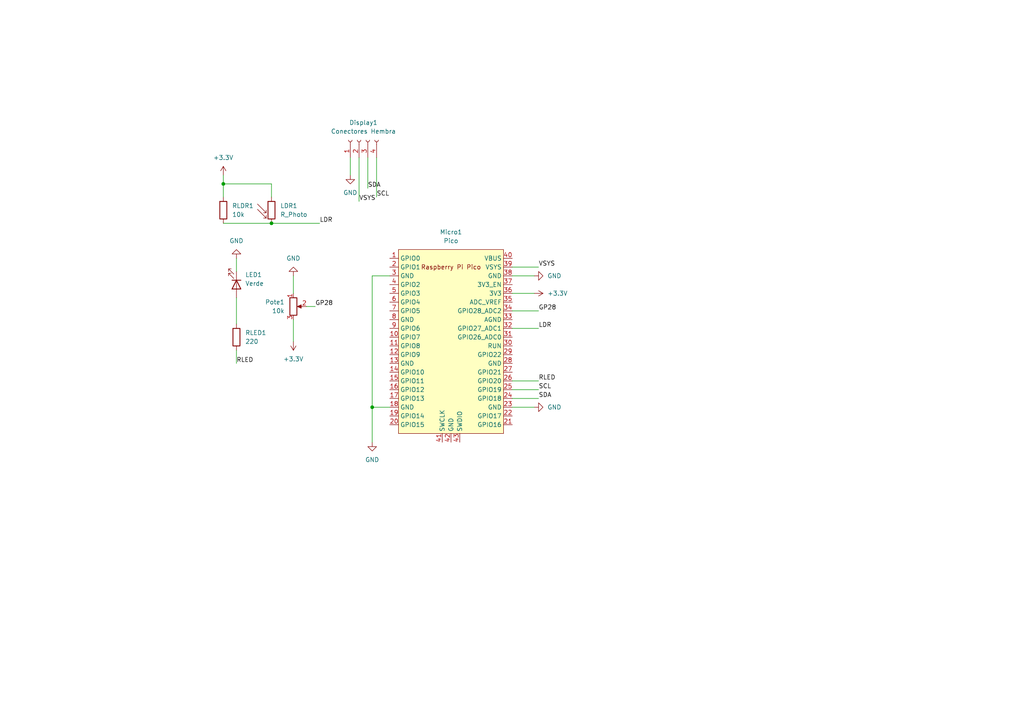
<source format=kicad_sch>
(kicad_sch (version 20230121) (generator eeschema)

  (uuid 2768feea-10ed-4f53-83ab-369866f2302a)

  (paper "A4")

  (lib_symbols
    (symbol "Connector:Conn_01x04_Female" (pin_names (offset 1.016) hide) (in_bom yes) (on_board yes)
      (property "Reference" "J" (at 0 5.08 0)
        (effects (font (size 1.27 1.27)))
      )
      (property "Value" "Conn_01x04_Female" (at 0 -7.62 0)
        (effects (font (size 1.27 1.27)))
      )
      (property "Footprint" "" (at 0 0 0)
        (effects (font (size 1.27 1.27)) hide)
      )
      (property "Datasheet" "~" (at 0 0 0)
        (effects (font (size 1.27 1.27)) hide)
      )
      (property "ki_keywords" "connector" (at 0 0 0)
        (effects (font (size 1.27 1.27)) hide)
      )
      (property "ki_description" "Generic connector, single row, 01x04, script generated (kicad-library-utils/schlib/autogen/connector/)" (at 0 0 0)
        (effects (font (size 1.27 1.27)) hide)
      )
      (property "ki_fp_filters" "Connector*:*_1x??_*" (at 0 0 0)
        (effects (font (size 1.27 1.27)) hide)
      )
      (symbol "Conn_01x04_Female_1_1"
        (arc (start 0 -4.572) (mid -0.5058 -5.08) (end 0 -5.588)
          (stroke (width 0.1524) (type default))
          (fill (type none))
        )
        (arc (start 0 -2.032) (mid -0.5058 -2.54) (end 0 -3.048)
          (stroke (width 0.1524) (type default))
          (fill (type none))
        )
        (polyline
          (pts
            (xy -1.27 -5.08)
            (xy -0.508 -5.08)
          )
          (stroke (width 0.1524) (type default))
          (fill (type none))
        )
        (polyline
          (pts
            (xy -1.27 -2.54)
            (xy -0.508 -2.54)
          )
          (stroke (width 0.1524) (type default))
          (fill (type none))
        )
        (polyline
          (pts
            (xy -1.27 0)
            (xy -0.508 0)
          )
          (stroke (width 0.1524) (type default))
          (fill (type none))
        )
        (polyline
          (pts
            (xy -1.27 2.54)
            (xy -0.508 2.54)
          )
          (stroke (width 0.1524) (type default))
          (fill (type none))
        )
        (arc (start 0 0.508) (mid -0.5058 0) (end 0 -0.508)
          (stroke (width 0.1524) (type default))
          (fill (type none))
        )
        (arc (start 0 3.048) (mid -0.5058 2.54) (end 0 2.032)
          (stroke (width 0.1524) (type default))
          (fill (type none))
        )
        (pin passive line (at -5.08 2.54 0) (length 3.81)
          (name "Pin_1" (effects (font (size 1.27 1.27))))
          (number "1" (effects (font (size 1.27 1.27))))
        )
        (pin passive line (at -5.08 0 0) (length 3.81)
          (name "Pin_2" (effects (font (size 1.27 1.27))))
          (number "2" (effects (font (size 1.27 1.27))))
        )
        (pin passive line (at -5.08 -2.54 0) (length 3.81)
          (name "Pin_3" (effects (font (size 1.27 1.27))))
          (number "3" (effects (font (size 1.27 1.27))))
        )
        (pin passive line (at -5.08 -5.08 0) (length 3.81)
          (name "Pin_4" (effects (font (size 1.27 1.27))))
          (number "4" (effects (font (size 1.27 1.27))))
        )
      )
    )
    (symbol "Device:LED" (pin_numbers hide) (pin_names (offset 1.016) hide) (in_bom yes) (on_board yes)
      (property "Reference" "D" (at 0 2.54 0)
        (effects (font (size 1.27 1.27)))
      )
      (property "Value" "LED" (at 0 -2.54 0)
        (effects (font (size 1.27 1.27)))
      )
      (property "Footprint" "" (at 0 0 0)
        (effects (font (size 1.27 1.27)) hide)
      )
      (property "Datasheet" "~" (at 0 0 0)
        (effects (font (size 1.27 1.27)) hide)
      )
      (property "ki_keywords" "LED diode" (at 0 0 0)
        (effects (font (size 1.27 1.27)) hide)
      )
      (property "ki_description" "Light emitting diode" (at 0 0 0)
        (effects (font (size 1.27 1.27)) hide)
      )
      (property "ki_fp_filters" "LED* LED_SMD:* LED_THT:*" (at 0 0 0)
        (effects (font (size 1.27 1.27)) hide)
      )
      (symbol "LED_0_1"
        (polyline
          (pts
            (xy -1.27 -1.27)
            (xy -1.27 1.27)
          )
          (stroke (width 0.254) (type default))
          (fill (type none))
        )
        (polyline
          (pts
            (xy -1.27 0)
            (xy 1.27 0)
          )
          (stroke (width 0) (type default))
          (fill (type none))
        )
        (polyline
          (pts
            (xy 1.27 -1.27)
            (xy 1.27 1.27)
            (xy -1.27 0)
            (xy 1.27 -1.27)
          )
          (stroke (width 0.254) (type default))
          (fill (type none))
        )
        (polyline
          (pts
            (xy -3.048 -0.762)
            (xy -4.572 -2.286)
            (xy -3.81 -2.286)
            (xy -4.572 -2.286)
            (xy -4.572 -1.524)
          )
          (stroke (width 0) (type default))
          (fill (type none))
        )
        (polyline
          (pts
            (xy -1.778 -0.762)
            (xy -3.302 -2.286)
            (xy -2.54 -2.286)
            (xy -3.302 -2.286)
            (xy -3.302 -1.524)
          )
          (stroke (width 0) (type default))
          (fill (type none))
        )
      )
      (symbol "LED_1_1"
        (pin passive line (at -3.81 0 0) (length 2.54)
          (name "K" (effects (font (size 1.27 1.27))))
          (number "1" (effects (font (size 1.27 1.27))))
        )
        (pin passive line (at 3.81 0 180) (length 2.54)
          (name "A" (effects (font (size 1.27 1.27))))
          (number "2" (effects (font (size 1.27 1.27))))
        )
      )
    )
    (symbol "Device:R" (pin_numbers hide) (pin_names (offset 0)) (in_bom yes) (on_board yes)
      (property "Reference" "R" (at 2.032 0 90)
        (effects (font (size 1.27 1.27)))
      )
      (property "Value" "R" (at 0 0 90)
        (effects (font (size 1.27 1.27)))
      )
      (property "Footprint" "" (at -1.778 0 90)
        (effects (font (size 1.27 1.27)) hide)
      )
      (property "Datasheet" "~" (at 0 0 0)
        (effects (font (size 1.27 1.27)) hide)
      )
      (property "ki_keywords" "R res resistor" (at 0 0 0)
        (effects (font (size 1.27 1.27)) hide)
      )
      (property "ki_description" "Resistor" (at 0 0 0)
        (effects (font (size 1.27 1.27)) hide)
      )
      (property "ki_fp_filters" "R_*" (at 0 0 0)
        (effects (font (size 1.27 1.27)) hide)
      )
      (symbol "R_0_1"
        (rectangle (start -1.016 -2.54) (end 1.016 2.54)
          (stroke (width 0.254) (type default))
          (fill (type none))
        )
      )
      (symbol "R_1_1"
        (pin passive line (at 0 3.81 270) (length 1.27)
          (name "~" (effects (font (size 1.27 1.27))))
          (number "1" (effects (font (size 1.27 1.27))))
        )
        (pin passive line (at 0 -3.81 90) (length 1.27)
          (name "~" (effects (font (size 1.27 1.27))))
          (number "2" (effects (font (size 1.27 1.27))))
        )
      )
    )
    (symbol "Device:R_Photo" (pin_numbers hide) (pin_names (offset 0)) (in_bom yes) (on_board yes)
      (property "Reference" "R" (at 1.27 1.27 0)
        (effects (font (size 1.27 1.27)) (justify left))
      )
      (property "Value" "R_Photo" (at 1.27 0 0)
        (effects (font (size 1.27 1.27)) (justify left top))
      )
      (property "Footprint" "" (at 1.27 -6.35 90)
        (effects (font (size 1.27 1.27)) (justify left) hide)
      )
      (property "Datasheet" "~" (at 0 -1.27 0)
        (effects (font (size 1.27 1.27)) hide)
      )
      (property "ki_keywords" "resistor variable light sensitive opto LDR" (at 0 0 0)
        (effects (font (size 1.27 1.27)) hide)
      )
      (property "ki_description" "Photoresistor" (at 0 0 0)
        (effects (font (size 1.27 1.27)) hide)
      )
      (property "ki_fp_filters" "*LDR* R?LDR*" (at 0 0 0)
        (effects (font (size 1.27 1.27)) hide)
      )
      (symbol "R_Photo_0_1"
        (rectangle (start -1.016 2.54) (end 1.016 -2.54)
          (stroke (width 0.254) (type default))
          (fill (type none))
        )
        (polyline
          (pts
            (xy -1.524 -2.286)
            (xy -4.064 0.254)
          )
          (stroke (width 0) (type default))
          (fill (type none))
        )
        (polyline
          (pts
            (xy -1.524 -2.286)
            (xy -2.286 -2.286)
          )
          (stroke (width 0) (type default))
          (fill (type none))
        )
        (polyline
          (pts
            (xy -1.524 -2.286)
            (xy -1.524 -1.524)
          )
          (stroke (width 0) (type default))
          (fill (type none))
        )
        (polyline
          (pts
            (xy -1.524 -0.762)
            (xy -4.064 1.778)
          )
          (stroke (width 0) (type default))
          (fill (type none))
        )
        (polyline
          (pts
            (xy -1.524 -0.762)
            (xy -2.286 -0.762)
          )
          (stroke (width 0) (type default))
          (fill (type none))
        )
        (polyline
          (pts
            (xy -1.524 -0.762)
            (xy -1.524 0)
          )
          (stroke (width 0) (type default))
          (fill (type none))
        )
      )
      (symbol "R_Photo_1_1"
        (pin passive line (at 0 3.81 270) (length 1.27)
          (name "~" (effects (font (size 1.27 1.27))))
          (number "1" (effects (font (size 1.27 1.27))))
        )
        (pin passive line (at 0 -3.81 90) (length 1.27)
          (name "~" (effects (font (size 1.27 1.27))))
          (number "2" (effects (font (size 1.27 1.27))))
        )
      )
    )
    (symbol "Device:R_Potentiometer" (pin_names (offset 1.016) hide) (in_bom yes) (on_board yes)
      (property "Reference" "RV" (at -4.445 0 90)
        (effects (font (size 1.27 1.27)))
      )
      (property "Value" "R_Potentiometer" (at -2.54 0 90)
        (effects (font (size 1.27 1.27)))
      )
      (property "Footprint" "" (at 0 0 0)
        (effects (font (size 1.27 1.27)) hide)
      )
      (property "Datasheet" "~" (at 0 0 0)
        (effects (font (size 1.27 1.27)) hide)
      )
      (property "ki_keywords" "resistor variable" (at 0 0 0)
        (effects (font (size 1.27 1.27)) hide)
      )
      (property "ki_description" "Potentiometer" (at 0 0 0)
        (effects (font (size 1.27 1.27)) hide)
      )
      (property "ki_fp_filters" "Potentiometer*" (at 0 0 0)
        (effects (font (size 1.27 1.27)) hide)
      )
      (symbol "R_Potentiometer_0_1"
        (polyline
          (pts
            (xy 2.54 0)
            (xy 1.524 0)
          )
          (stroke (width 0) (type default))
          (fill (type none))
        )
        (polyline
          (pts
            (xy 1.143 0)
            (xy 2.286 0.508)
            (xy 2.286 -0.508)
            (xy 1.143 0)
          )
          (stroke (width 0) (type default))
          (fill (type outline))
        )
        (rectangle (start 1.016 2.54) (end -1.016 -2.54)
          (stroke (width 0.254) (type default))
          (fill (type none))
        )
      )
      (symbol "R_Potentiometer_1_1"
        (pin passive line (at 0 3.81 270) (length 1.27)
          (name "1" (effects (font (size 1.27 1.27))))
          (number "1" (effects (font (size 1.27 1.27))))
        )
        (pin passive line (at 3.81 0 180) (length 1.27)
          (name "2" (effects (font (size 1.27 1.27))))
          (number "2" (effects (font (size 1.27 1.27))))
        )
        (pin passive line (at 0 -3.81 90) (length 1.27)
          (name "3" (effects (font (size 1.27 1.27))))
          (number "3" (effects (font (size 1.27 1.27))))
        )
      )
    )
    (symbol "RPi_Pico:Pico" (in_bom yes) (on_board yes)
      (property "Reference" "U" (at -13.97 27.94 0)
        (effects (font (size 1.27 1.27)))
      )
      (property "Value" "Pico" (at 0 19.05 0)
        (effects (font (size 1.27 1.27)))
      )
      (property "Footprint" "RPi_Pico:RPi_Pico_SMD_TH" (at 0 0 90)
        (effects (font (size 1.27 1.27)) hide)
      )
      (property "Datasheet" "" (at 0 0 0)
        (effects (font (size 1.27 1.27)) hide)
      )
      (symbol "Pico_0_0"
        (text "Raspberry Pi Pico" (at 0 21.59 0)
          (effects (font (size 1.27 1.27)))
        )
      )
      (symbol "Pico_0_1"
        (rectangle (start -15.24 26.67) (end 15.24 -26.67)
          (stroke (width 0) (type default))
          (fill (type background))
        )
      )
      (symbol "Pico_1_1"
        (pin bidirectional line (at -17.78 24.13 0) (length 2.54)
          (name "GPIO0" (effects (font (size 1.27 1.27))))
          (number "1" (effects (font (size 1.27 1.27))))
        )
        (pin bidirectional line (at -17.78 1.27 0) (length 2.54)
          (name "GPIO7" (effects (font (size 1.27 1.27))))
          (number "10" (effects (font (size 1.27 1.27))))
        )
        (pin bidirectional line (at -17.78 -1.27 0) (length 2.54)
          (name "GPIO8" (effects (font (size 1.27 1.27))))
          (number "11" (effects (font (size 1.27 1.27))))
        )
        (pin bidirectional line (at -17.78 -3.81 0) (length 2.54)
          (name "GPIO9" (effects (font (size 1.27 1.27))))
          (number "12" (effects (font (size 1.27 1.27))))
        )
        (pin power_in line (at -17.78 -6.35 0) (length 2.54)
          (name "GND" (effects (font (size 1.27 1.27))))
          (number "13" (effects (font (size 1.27 1.27))))
        )
        (pin bidirectional line (at -17.78 -8.89 0) (length 2.54)
          (name "GPIO10" (effects (font (size 1.27 1.27))))
          (number "14" (effects (font (size 1.27 1.27))))
        )
        (pin bidirectional line (at -17.78 -11.43 0) (length 2.54)
          (name "GPIO11" (effects (font (size 1.27 1.27))))
          (number "15" (effects (font (size 1.27 1.27))))
        )
        (pin bidirectional line (at -17.78 -13.97 0) (length 2.54)
          (name "GPIO12" (effects (font (size 1.27 1.27))))
          (number "16" (effects (font (size 1.27 1.27))))
        )
        (pin bidirectional line (at -17.78 -16.51 0) (length 2.54)
          (name "GPIO13" (effects (font (size 1.27 1.27))))
          (number "17" (effects (font (size 1.27 1.27))))
        )
        (pin power_in line (at -17.78 -19.05 0) (length 2.54)
          (name "GND" (effects (font (size 1.27 1.27))))
          (number "18" (effects (font (size 1.27 1.27))))
        )
        (pin bidirectional line (at -17.78 -21.59 0) (length 2.54)
          (name "GPIO14" (effects (font (size 1.27 1.27))))
          (number "19" (effects (font (size 1.27 1.27))))
        )
        (pin bidirectional line (at -17.78 21.59 0) (length 2.54)
          (name "GPIO1" (effects (font (size 1.27 1.27))))
          (number "2" (effects (font (size 1.27 1.27))))
        )
        (pin bidirectional line (at -17.78 -24.13 0) (length 2.54)
          (name "GPIO15" (effects (font (size 1.27 1.27))))
          (number "20" (effects (font (size 1.27 1.27))))
        )
        (pin bidirectional line (at 17.78 -24.13 180) (length 2.54)
          (name "GPIO16" (effects (font (size 1.27 1.27))))
          (number "21" (effects (font (size 1.27 1.27))))
        )
        (pin bidirectional line (at 17.78 -21.59 180) (length 2.54)
          (name "GPIO17" (effects (font (size 1.27 1.27))))
          (number "22" (effects (font (size 1.27 1.27))))
        )
        (pin power_in line (at 17.78 -19.05 180) (length 2.54)
          (name "GND" (effects (font (size 1.27 1.27))))
          (number "23" (effects (font (size 1.27 1.27))))
        )
        (pin bidirectional line (at 17.78 -16.51 180) (length 2.54)
          (name "GPIO18" (effects (font (size 1.27 1.27))))
          (number "24" (effects (font (size 1.27 1.27))))
        )
        (pin bidirectional line (at 17.78 -13.97 180) (length 2.54)
          (name "GPIO19" (effects (font (size 1.27 1.27))))
          (number "25" (effects (font (size 1.27 1.27))))
        )
        (pin bidirectional line (at 17.78 -11.43 180) (length 2.54)
          (name "GPIO20" (effects (font (size 1.27 1.27))))
          (number "26" (effects (font (size 1.27 1.27))))
        )
        (pin bidirectional line (at 17.78 -8.89 180) (length 2.54)
          (name "GPIO21" (effects (font (size 1.27 1.27))))
          (number "27" (effects (font (size 1.27 1.27))))
        )
        (pin power_in line (at 17.78 -6.35 180) (length 2.54)
          (name "GND" (effects (font (size 1.27 1.27))))
          (number "28" (effects (font (size 1.27 1.27))))
        )
        (pin bidirectional line (at 17.78 -3.81 180) (length 2.54)
          (name "GPIO22" (effects (font (size 1.27 1.27))))
          (number "29" (effects (font (size 1.27 1.27))))
        )
        (pin power_in line (at -17.78 19.05 0) (length 2.54)
          (name "GND" (effects (font (size 1.27 1.27))))
          (number "3" (effects (font (size 1.27 1.27))))
        )
        (pin input line (at 17.78 -1.27 180) (length 2.54)
          (name "RUN" (effects (font (size 1.27 1.27))))
          (number "30" (effects (font (size 1.27 1.27))))
        )
        (pin bidirectional line (at 17.78 1.27 180) (length 2.54)
          (name "GPIO26_ADC0" (effects (font (size 1.27 1.27))))
          (number "31" (effects (font (size 1.27 1.27))))
        )
        (pin bidirectional line (at 17.78 3.81 180) (length 2.54)
          (name "GPIO27_ADC1" (effects (font (size 1.27 1.27))))
          (number "32" (effects (font (size 1.27 1.27))))
        )
        (pin power_in line (at 17.78 6.35 180) (length 2.54)
          (name "AGND" (effects (font (size 1.27 1.27))))
          (number "33" (effects (font (size 1.27 1.27))))
        )
        (pin bidirectional line (at 17.78 8.89 180) (length 2.54)
          (name "GPIO28_ADC2" (effects (font (size 1.27 1.27))))
          (number "34" (effects (font (size 1.27 1.27))))
        )
        (pin power_in line (at 17.78 11.43 180) (length 2.54)
          (name "ADC_VREF" (effects (font (size 1.27 1.27))))
          (number "35" (effects (font (size 1.27 1.27))))
        )
        (pin power_in line (at 17.78 13.97 180) (length 2.54)
          (name "3V3" (effects (font (size 1.27 1.27))))
          (number "36" (effects (font (size 1.27 1.27))))
        )
        (pin input line (at 17.78 16.51 180) (length 2.54)
          (name "3V3_EN" (effects (font (size 1.27 1.27))))
          (number "37" (effects (font (size 1.27 1.27))))
        )
        (pin bidirectional line (at 17.78 19.05 180) (length 2.54)
          (name "GND" (effects (font (size 1.27 1.27))))
          (number "38" (effects (font (size 1.27 1.27))))
        )
        (pin power_in line (at 17.78 21.59 180) (length 2.54)
          (name "VSYS" (effects (font (size 1.27 1.27))))
          (number "39" (effects (font (size 1.27 1.27))))
        )
        (pin bidirectional line (at -17.78 16.51 0) (length 2.54)
          (name "GPIO2" (effects (font (size 1.27 1.27))))
          (number "4" (effects (font (size 1.27 1.27))))
        )
        (pin power_in line (at 17.78 24.13 180) (length 2.54)
          (name "VBUS" (effects (font (size 1.27 1.27))))
          (number "40" (effects (font (size 1.27 1.27))))
        )
        (pin input line (at -2.54 -29.21 90) (length 2.54)
          (name "SWCLK" (effects (font (size 1.27 1.27))))
          (number "41" (effects (font (size 1.27 1.27))))
        )
        (pin power_in line (at 0 -29.21 90) (length 2.54)
          (name "GND" (effects (font (size 1.27 1.27))))
          (number "42" (effects (font (size 1.27 1.27))))
        )
        (pin bidirectional line (at 2.54 -29.21 90) (length 2.54)
          (name "SWDIO" (effects (font (size 1.27 1.27))))
          (number "43" (effects (font (size 1.27 1.27))))
        )
        (pin bidirectional line (at -17.78 13.97 0) (length 2.54)
          (name "GPIO3" (effects (font (size 1.27 1.27))))
          (number "5" (effects (font (size 1.27 1.27))))
        )
        (pin bidirectional line (at -17.78 11.43 0) (length 2.54)
          (name "GPIO4" (effects (font (size 1.27 1.27))))
          (number "6" (effects (font (size 1.27 1.27))))
        )
        (pin bidirectional line (at -17.78 8.89 0) (length 2.54)
          (name "GPIO5" (effects (font (size 1.27 1.27))))
          (number "7" (effects (font (size 1.27 1.27))))
        )
        (pin power_in line (at -17.78 6.35 0) (length 2.54)
          (name "GND" (effects (font (size 1.27 1.27))))
          (number "8" (effects (font (size 1.27 1.27))))
        )
        (pin bidirectional line (at -17.78 3.81 0) (length 2.54)
          (name "GPIO6" (effects (font (size 1.27 1.27))))
          (number "9" (effects (font (size 1.27 1.27))))
        )
      )
    )
    (symbol "power:+3.3V" (power) (pin_names (offset 0)) (in_bom yes) (on_board yes)
      (property "Reference" "#PWR" (at 0 -3.81 0)
        (effects (font (size 1.27 1.27)) hide)
      )
      (property "Value" "+3.3V" (at 0 3.556 0)
        (effects (font (size 1.27 1.27)))
      )
      (property "Footprint" "" (at 0 0 0)
        (effects (font (size 1.27 1.27)) hide)
      )
      (property "Datasheet" "" (at 0 0 0)
        (effects (font (size 1.27 1.27)) hide)
      )
      (property "ki_keywords" "power-flag" (at 0 0 0)
        (effects (font (size 1.27 1.27)) hide)
      )
      (property "ki_description" "Power symbol creates a global label with name \"+3.3V\"" (at 0 0 0)
        (effects (font (size 1.27 1.27)) hide)
      )
      (symbol "+3.3V_0_1"
        (polyline
          (pts
            (xy -0.762 1.27)
            (xy 0 2.54)
          )
          (stroke (width 0) (type default))
          (fill (type none))
        )
        (polyline
          (pts
            (xy 0 0)
            (xy 0 2.54)
          )
          (stroke (width 0) (type default))
          (fill (type none))
        )
        (polyline
          (pts
            (xy 0 2.54)
            (xy 0.762 1.27)
          )
          (stroke (width 0) (type default))
          (fill (type none))
        )
      )
      (symbol "+3.3V_1_1"
        (pin power_in line (at 0 0 90) (length 0) hide
          (name "+3.3V" (effects (font (size 1.27 1.27))))
          (number "1" (effects (font (size 1.27 1.27))))
        )
      )
    )
    (symbol "power:GND" (power) (pin_names (offset 0)) (in_bom yes) (on_board yes)
      (property "Reference" "#PWR" (at 0 -6.35 0)
        (effects (font (size 1.27 1.27)) hide)
      )
      (property "Value" "GND" (at 0 -3.81 0)
        (effects (font (size 1.27 1.27)))
      )
      (property "Footprint" "" (at 0 0 0)
        (effects (font (size 1.27 1.27)) hide)
      )
      (property "Datasheet" "" (at 0 0 0)
        (effects (font (size 1.27 1.27)) hide)
      )
      (property "ki_keywords" "power-flag" (at 0 0 0)
        (effects (font (size 1.27 1.27)) hide)
      )
      (property "ki_description" "Power symbol creates a global label with name \"GND\" , ground" (at 0 0 0)
        (effects (font (size 1.27 1.27)) hide)
      )
      (symbol "GND_0_1"
        (polyline
          (pts
            (xy 0 0)
            (xy 0 -1.27)
            (xy 1.27 -1.27)
            (xy 0 -2.54)
            (xy -1.27 -1.27)
            (xy 0 -1.27)
          )
          (stroke (width 0) (type default))
          (fill (type none))
        )
      )
      (symbol "GND_1_1"
        (pin power_in line (at 0 0 270) (length 0) hide
          (name "GND" (effects (font (size 1.27 1.27))))
          (number "1" (effects (font (size 1.27 1.27))))
        )
      )
    )
  )

  (junction (at 78.74 64.77) (diameter 0) (color 0 0 0 0)
    (uuid 64137c06-45dd-402e-8467-d8a9a1921292)
  )
  (junction (at 64.77 53.34) (diameter 0) (color 0 0 0 0)
    (uuid c0b96dd6-6624-412a-8dc5-70cb45399389)
  )
  (junction (at 107.95 118.11) (diameter 0) (color 0 0 0 0)
    (uuid fd34bde3-9c74-4d42-8648-c19d80cacedf)
  )

  (wire (pts (xy 148.59 85.09) (xy 154.94 85.09))
    (stroke (width 0) (type default))
    (uuid 14ec5c82-34e1-44a2-b726-420c0c8096f7)
  )
  (wire (pts (xy 101.6 45.72) (xy 101.6 50.8))
    (stroke (width 0) (type default))
    (uuid 15e0c11c-ac19-46a1-a4b7-abe743923a74)
  )
  (wire (pts (xy 88.9 88.9) (xy 91.44 88.9))
    (stroke (width 0) (type default))
    (uuid 1a26771f-c1de-4345-90cf-1b3eb33997ae)
  )
  (wire (pts (xy 148.59 118.11) (xy 154.94 118.11))
    (stroke (width 0) (type default))
    (uuid 2feafa5b-f091-40c1-8e38-c9c6c4f394f6)
  )
  (wire (pts (xy 68.58 101.6) (xy 68.58 105.41))
    (stroke (width 0) (type default))
    (uuid 3c4d48b2-1b6b-4d2f-bd45-3ebf41b04412)
  )
  (wire (pts (xy 64.77 53.34) (xy 64.77 57.15))
    (stroke (width 0) (type default))
    (uuid 409925b2-08a5-4922-b87b-08e66fa61fdf)
  )
  (wire (pts (xy 113.03 80.01) (xy 107.95 80.01))
    (stroke (width 0) (type default))
    (uuid 41e77850-6368-4e1a-9ad6-39be6696c8dd)
  )
  (wire (pts (xy 148.59 80.01) (xy 154.94 80.01))
    (stroke (width 0) (type default))
    (uuid 4464d815-d7f7-41e7-812f-dc86789e6b92)
  )
  (wire (pts (xy 64.77 64.77) (xy 78.74 64.77))
    (stroke (width 0) (type default))
    (uuid 44695ad9-e3ac-4ee2-bcfc-7eec033d2553)
  )
  (wire (pts (xy 106.68 45.72) (xy 106.68 54.61))
    (stroke (width 0) (type default))
    (uuid 485528a4-0be5-470b-af49-4a9a409b5f18)
  )
  (wire (pts (xy 104.14 45.72) (xy 104.14 58.42))
    (stroke (width 0) (type default))
    (uuid 4a65f5ef-1baa-40d5-8c38-1016e6c1aac3)
  )
  (wire (pts (xy 156.21 77.47) (xy 148.59 77.47))
    (stroke (width 0) (type default))
    (uuid 528e5baa-28fd-47a9-937c-fd75efc59fe4)
  )
  (wire (pts (xy 148.59 113.03) (xy 156.21 113.03))
    (stroke (width 0) (type default))
    (uuid 5f519e6c-c3dd-4901-bd5a-e4ad371c614c)
  )
  (wire (pts (xy 107.95 118.11) (xy 107.95 128.27))
    (stroke (width 0) (type default))
    (uuid 7136d488-9355-442b-b9ac-f10be448c345)
  )
  (wire (pts (xy 85.09 80.01) (xy 85.09 85.09))
    (stroke (width 0) (type default))
    (uuid 7a11764f-f38f-4249-9595-cd6a952b5da0)
  )
  (wire (pts (xy 68.58 74.93) (xy 68.58 78.74))
    (stroke (width 0) (type default))
    (uuid 81ff2197-40f3-49a0-a934-9aa44f7823ff)
  )
  (wire (pts (xy 109.22 45.72) (xy 109.22 57.15))
    (stroke (width 0) (type default))
    (uuid 83fbb6a9-cfa0-4282-8480-4a5b57f63e88)
  )
  (wire (pts (xy 148.59 115.57) (xy 156.21 115.57))
    (stroke (width 0) (type default))
    (uuid 85647927-ad5e-4648-b5d6-68effcfc6c77)
  )
  (wire (pts (xy 148.59 90.17) (xy 156.21 90.17))
    (stroke (width 0) (type default))
    (uuid 86f1323e-830e-47f0-aac4-f3bb3a5109c9)
  )
  (wire (pts (xy 64.77 50.8) (xy 64.77 53.34))
    (stroke (width 0) (type default))
    (uuid 91bc387d-1c59-4dba-839d-d09753e657f6)
  )
  (wire (pts (xy 148.59 110.49) (xy 156.21 110.49))
    (stroke (width 0) (type default))
    (uuid a4378d9d-7ac4-42b8-b2d9-22726bb27285)
  )
  (wire (pts (xy 85.09 92.71) (xy 85.09 99.06))
    (stroke (width 0) (type default))
    (uuid b5bbc069-8169-4db9-88c9-fa85e80d1f5c)
  )
  (wire (pts (xy 68.58 86.36) (xy 68.58 93.98))
    (stroke (width 0) (type default))
    (uuid c1d06731-fa84-4d23-acd2-f8e7c0391293)
  )
  (wire (pts (xy 78.74 64.77) (xy 92.71 64.77))
    (stroke (width 0) (type default))
    (uuid c348b9c0-1737-4745-8e44-a18246dbbaef)
  )
  (wire (pts (xy 78.74 53.34) (xy 64.77 53.34))
    (stroke (width 0) (type default))
    (uuid ca84e442-8a80-4eae-8413-82e3a875b716)
  )
  (wire (pts (xy 148.59 95.25) (xy 156.21 95.25))
    (stroke (width 0) (type default))
    (uuid d330307f-47a6-4e97-a00d-942c96586802)
  )
  (wire (pts (xy 78.74 57.15) (xy 78.74 53.34))
    (stroke (width 0) (type default))
    (uuid e183a205-2ffe-4aaa-8456-4046deaac733)
  )
  (wire (pts (xy 113.03 118.11) (xy 107.95 118.11))
    (stroke (width 0) (type default))
    (uuid e8309332-1285-435f-b7f1-d6f28afbf6b3)
  )
  (wire (pts (xy 107.95 80.01) (xy 107.95 118.11))
    (stroke (width 0) (type default))
    (uuid f437723b-dfcb-43ab-967e-b85bea0ba27b)
  )

  (label "RLED" (at 156.21 110.49 0) (fields_autoplaced)
    (effects (font (size 1.27 1.27)) (justify left bottom))
    (uuid 4ad4d89a-e319-45dd-ac0f-5863aca38edc)
  )
  (label "SCL" (at 156.21 113.03 0) (fields_autoplaced)
    (effects (font (size 1.27 1.27)) (justify left bottom))
    (uuid 66646a67-4add-485b-82fa-d19d0e23e955)
  )
  (label "SDA" (at 106.68 54.61 0) (fields_autoplaced)
    (effects (font (size 1.27 1.27)) (justify left bottom))
    (uuid 77718d06-0705-4a0e-a6e2-389a6f658e46)
  )
  (label "LDR" (at 156.21 95.25 0) (fields_autoplaced)
    (effects (font (size 1.27 1.27)) (justify left bottom))
    (uuid 7c0aa5d8-7f5a-4e07-af0e-25e78afd43ae)
  )
  (label "VSYS" (at 156.21 77.47 0) (fields_autoplaced)
    (effects (font (size 1.27 1.27)) (justify left bottom))
    (uuid 7ee6c935-bf68-42f8-830e-3fa58e11b1d7)
  )
  (label "LDR" (at 92.71 64.77 0) (fields_autoplaced)
    (effects (font (size 1.27 1.27)) (justify left bottom))
    (uuid 804809cc-af8b-49c6-a24b-93fffd546c2c)
  )
  (label "GP28" (at 91.44 88.9 0) (fields_autoplaced)
    (effects (font (size 1.27 1.27)) (justify left bottom))
    (uuid 82077caa-29df-4b0e-8bfb-8666f2e50a29)
  )
  (label "RLED" (at 68.58 105.41 0) (fields_autoplaced)
    (effects (font (size 1.27 1.27)) (justify left bottom))
    (uuid 8d085aa2-66ce-4026-86cd-77b2f39a8dcf)
  )
  (label "GP28" (at 156.21 90.17 0) (fields_autoplaced)
    (effects (font (size 1.27 1.27)) (justify left bottom))
    (uuid b4dbc875-9e67-4b0e-8e93-33f6d929ae15)
  )
  (label "SCL" (at 109.22 57.15 0) (fields_autoplaced)
    (effects (font (size 1.27 1.27)) (justify left bottom))
    (uuid c4122ac7-cae1-4c07-95dd-9fa3d51cd01c)
  )
  (label "VSYS" (at 104.14 58.42 0) (fields_autoplaced)
    (effects (font (size 1.27 1.27)) (justify left bottom))
    (uuid cd1b41c9-fd1b-4c79-a804-d4e82730edd7)
  )
  (label "SDA" (at 156.21 115.57 0) (fields_autoplaced)
    (effects (font (size 1.27 1.27)) (justify left bottom))
    (uuid f7237e9f-da9b-4b21-bfa1-716452b338e6)
  )

  (symbol (lib_id "power:+3.3V") (at 85.09 99.06 180) (unit 1)
    (in_bom yes) (on_board yes) (dnp no) (fields_autoplaced)
    (uuid 06aeff74-2238-4bda-994f-9a08259f6e9b)
    (property "Reference" "#PWR0106" (at 85.09 95.25 0)
      (effects (font (size 1.27 1.27)) hide)
    )
    (property "Value" "+3.3V" (at 85.09 104.14 0)
      (effects (font (size 1.27 1.27)))
    )
    (property "Footprint" "" (at 85.09 99.06 0)
      (effects (font (size 1.27 1.27)) hide)
    )
    (property "Datasheet" "" (at 85.09 99.06 0)
      (effects (font (size 1.27 1.27)) hide)
    )
    (pin "1" (uuid c1b021e4-df35-43c1-aa00-a9aff85cecfa))
    (instances
      (project "Proyecto carla"
        (path "/2768feea-10ed-4f53-83ab-369866f2302a"
          (reference "#PWR0106") (unit 1)
        )
      )
    )
  )

  (symbol (lib_id "power:GND") (at 85.09 80.01 180) (unit 1)
    (in_bom yes) (on_board yes) (dnp no) (fields_autoplaced)
    (uuid 19e9d4fc-74b1-4744-9ed5-a9a483751171)
    (property "Reference" "#PWR0102" (at 85.09 73.66 0)
      (effects (font (size 1.27 1.27)) hide)
    )
    (property "Value" "GND" (at 85.09 74.93 0)
      (effects (font (size 1.27 1.27)))
    )
    (property "Footprint" "" (at 85.09 80.01 0)
      (effects (font (size 1.27 1.27)) hide)
    )
    (property "Datasheet" "" (at 85.09 80.01 0)
      (effects (font (size 1.27 1.27)) hide)
    )
    (pin "1" (uuid bd6e4217-6844-437f-a189-6fb74b369aa2))
    (instances
      (project "Proyecto carla"
        (path "/2768feea-10ed-4f53-83ab-369866f2302a"
          (reference "#PWR0102") (unit 1)
        )
      )
    )
  )

  (symbol (lib_id "Device:R_Photo") (at 78.74 60.96 0) (unit 1)
    (in_bom yes) (on_board yes) (dnp no) (fields_autoplaced)
    (uuid 23c1859a-1f68-480b-89af-b19a3bd4dbe6)
    (property "Reference" "LDR1" (at 81.28 59.6899 0)
      (effects (font (size 1.27 1.27)) (justify left))
    )
    (property "Value" "R_Photo" (at 81.28 62.2299 0)
      (effects (font (size 1.27 1.27)) (justify left))
    )
    (property "Footprint" "Resistor_THT:R_Axial_DIN0204_L3.6mm_D1.6mm_P5.08mm_Vertical" (at 80.01 67.31 90)
      (effects (font (size 1.27 1.27)) (justify left) hide)
    )
    (property "Datasheet" "~" (at 78.74 62.23 0)
      (effects (font (size 1.27 1.27)) hide)
    )
    (pin "1" (uuid 5b5e64b7-76d0-475a-a27e-0f79dec16e58))
    (pin "2" (uuid 78b923ca-d96b-4765-a706-f0efe3cb1859))
    (instances
      (project "Proyecto carla"
        (path "/2768feea-10ed-4f53-83ab-369866f2302a"
          (reference "LDR1") (unit 1)
        )
      )
    )
  )

  (symbol (lib_id "Connector:Conn_01x04_Female") (at 104.14 40.64 90) (unit 1)
    (in_bom yes) (on_board yes) (dnp no)
    (uuid 311921a0-85bf-46e3-b0b0-559ad51227ff)
    (property "Reference" "Display1" (at 105.41 35.56 90)
      (effects (font (size 1.27 1.27)))
    )
    (property "Value" "Conectores Hembra" (at 105.41 38.1 90)
      (effects (font (size 1.27 1.27)))
    )
    (property "Footprint" "Connector_PinSocket_2.54mm:PinSocket_1x04_P2.54mm_Vertical" (at 104.14 40.64 0)
      (effects (font (size 1.27 1.27)) hide)
    )
    (property "Datasheet" "~" (at 104.14 40.64 0)
      (effects (font (size 1.27 1.27)) hide)
    )
    (pin "1" (uuid e602ab7f-9496-4f63-9a81-ac7442bee171))
    (pin "2" (uuid 00158129-fc16-4b70-a862-ea81a83aeac3))
    (pin "3" (uuid fd3b38c8-d1d7-4377-bf50-c90f3a8f8df3))
    (pin "4" (uuid 3bd587f8-dc5e-4371-ad07-f63473128daa))
    (instances
      (project "Proyecto carla"
        (path "/2768feea-10ed-4f53-83ab-369866f2302a"
          (reference "Display1") (unit 1)
        )
      )
    )
  )

  (symbol (lib_id "power:GND") (at 101.6 50.8 0) (unit 1)
    (in_bom yes) (on_board yes) (dnp no) (fields_autoplaced)
    (uuid 372d2c80-a2c3-4028-9658-dd54ad077f24)
    (property "Reference" "#PWR0104" (at 101.6 57.15 0)
      (effects (font (size 1.27 1.27)) hide)
    )
    (property "Value" "GND" (at 101.6 55.88 0)
      (effects (font (size 1.27 1.27)))
    )
    (property "Footprint" "" (at 101.6 50.8 0)
      (effects (font (size 1.27 1.27)) hide)
    )
    (property "Datasheet" "" (at 101.6 50.8 0)
      (effects (font (size 1.27 1.27)) hide)
    )
    (pin "1" (uuid 33ba58e5-cadd-48cc-b389-014a71060dbb))
    (instances
      (project "Proyecto carla"
        (path "/2768feea-10ed-4f53-83ab-369866f2302a"
          (reference "#PWR0104") (unit 1)
        )
      )
    )
  )

  (symbol (lib_id "power:GND") (at 154.94 118.11 90) (unit 1)
    (in_bom yes) (on_board yes) (dnp no) (fields_autoplaced)
    (uuid 45b5eae1-7dc6-4913-b402-1277e6d4eb8f)
    (property "Reference" "#PWR0107" (at 161.29 118.11 0)
      (effects (font (size 1.27 1.27)) hide)
    )
    (property "Value" "GND" (at 158.75 118.1099 90)
      (effects (font (size 1.27 1.27)) (justify right))
    )
    (property "Footprint" "" (at 154.94 118.11 0)
      (effects (font (size 1.27 1.27)) hide)
    )
    (property "Datasheet" "" (at 154.94 118.11 0)
      (effects (font (size 1.27 1.27)) hide)
    )
    (pin "1" (uuid 6c4e9935-a5ce-444b-a742-e78d21b75d4e))
    (instances
      (project "Proyecto carla"
        (path "/2768feea-10ed-4f53-83ab-369866f2302a"
          (reference "#PWR0107") (unit 1)
        )
      )
    )
  )

  (symbol (lib_id "Device:R_Potentiometer") (at 85.09 88.9 0) (unit 1)
    (in_bom yes) (on_board yes) (dnp no) (fields_autoplaced)
    (uuid 4ff11bdd-c076-4d16-9849-76f8fc67eb7b)
    (property "Reference" "Pote1" (at 82.55 87.6299 0)
      (effects (font (size 1.27 1.27)) (justify right))
    )
    (property "Value" "10k" (at 82.55 90.1699 0)
      (effects (font (size 1.27 1.27)) (justify right))
    )
    (property "Footprint" "Potentiometer_THT:Potentiometer_Piher_PC-16_Single_Horizontal" (at 85.09 88.9 0)
      (effects (font (size 1.27 1.27)) hide)
    )
    (property "Datasheet" "~" (at 85.09 88.9 0)
      (effects (font (size 1.27 1.27)) hide)
    )
    (pin "1" (uuid 318d9fa2-1267-4bc8-aff8-fce7923831c1))
    (pin "2" (uuid 83433551-0d5e-4159-a9e7-4fe651756cfb))
    (pin "3" (uuid 306d596d-8caf-483f-89d0-24b0b286d440))
    (instances
      (project "Proyecto carla"
        (path "/2768feea-10ed-4f53-83ab-369866f2302a"
          (reference "Pote1") (unit 1)
        )
      )
    )
  )

  (symbol (lib_id "RPi_Pico:Pico") (at 130.81 99.06 0) (unit 1)
    (in_bom yes) (on_board yes) (dnp no) (fields_autoplaced)
    (uuid 5953a114-7f7d-45b8-8925-58379f9bd04c)
    (property "Reference" "Micro1" (at 130.81 67.31 0)
      (effects (font (size 1.27 1.27)))
    )
    (property "Value" "Pico" (at 130.81 69.85 0)
      (effects (font (size 1.27 1.27)))
    )
    (property "Footprint" "RPi_PIco:RPi_Pico_SMD_TH" (at 130.81 99.06 90)
      (effects (font (size 1.27 1.27)) hide)
    )
    (property "Datasheet" "" (at 130.81 99.06 0)
      (effects (font (size 1.27 1.27)) hide)
    )
    (pin "1" (uuid 9ca53b36-5e20-4dae-bd22-598f0f7215d0))
    (pin "10" (uuid 25b6251b-62bb-4e1e-8ea6-b51c44ec81bc))
    (pin "11" (uuid a87f7c60-b090-4285-9449-e47140903ba3))
    (pin "12" (uuid 200b4531-0636-49c0-a150-173bfe0a9905))
    (pin "13" (uuid 8b5a980d-c3da-4b9f-a835-ed727697d051))
    (pin "14" (uuid 5725b9ee-1012-43e3-bc2a-f289aeb8a213))
    (pin "15" (uuid 7a15c835-ca45-452e-b887-e12c6f1069c9))
    (pin "16" (uuid f95a1af7-6725-4dec-834c-da71a2d024f8))
    (pin "17" (uuid f09fdc6f-3980-48d6-aba5-05494b96734e))
    (pin "18" (uuid 51c3a074-0811-447d-a84b-17986f453728))
    (pin "19" (uuid de730635-64e2-42e4-aeb6-82c9cd2d8854))
    (pin "2" (uuid f3f3fe23-f645-4ed9-bdfe-09e56ba56cf4))
    (pin "20" (uuid 934b019c-3ee8-4f40-a7a3-d167cac49cd3))
    (pin "21" (uuid 2ccee20b-0acf-4b3c-9bf5-9a96bd346bd9))
    (pin "22" (uuid d6316030-7a0c-4b08-95b9-e720ad5f1545))
    (pin "23" (uuid 8053c005-1f16-4f62-bbfa-898235a7e6ee))
    (pin "24" (uuid 751f5d88-c41b-4ec2-b50f-55996cfdbae7))
    (pin "25" (uuid 161c28a0-b0bb-48d4-9d22-49b4a087d1a4))
    (pin "26" (uuid c3280f05-8285-4db4-b6d6-7c768c810db0))
    (pin "27" (uuid c9131136-8ebd-40ea-9b1c-d29d97ec235f))
    (pin "28" (uuid 5b7d2ced-0240-43b0-a38e-b32114c7e4de))
    (pin "29" (uuid 966c22cc-7f32-4aa2-8db3-66925ed65b46))
    (pin "3" (uuid 3b88352a-99eb-4be2-b167-50d074d23fb4))
    (pin "30" (uuid ef40a2fc-acbc-4268-a5c4-964d58a46b03))
    (pin "31" (uuid 5b55a1b0-cabc-4d51-aebe-5e94bc777f88))
    (pin "32" (uuid c7ce4feb-db95-4177-9bae-13cc68a8e5d6))
    (pin "33" (uuid bc90d527-e2d5-43fe-9e47-7e8ddbd7e441))
    (pin "34" (uuid 6822cd49-406b-44ed-b631-5081767943b7))
    (pin "35" (uuid 18454acc-8711-4c35-81c7-6fc24411f9b7))
    (pin "36" (uuid 4491b4b6-0d12-4fbc-9e31-05b7ca398300))
    (pin "37" (uuid cb148a64-4837-41b4-b7e5-684cf9b8cde4))
    (pin "38" (uuid d0853452-64e1-457e-91a6-5276e7e7a84a))
    (pin "39" (uuid 9ba00798-b895-4478-9cb8-0ab31d0526ca))
    (pin "4" (uuid 402113ce-6b00-45ba-a00b-edd8b12d6f36))
    (pin "40" (uuid d542528c-df51-4dcc-bfb8-18d52f8fdf8a))
    (pin "41" (uuid 2d6125e2-bb7a-424a-b0f7-eb5e4d813fbe))
    (pin "42" (uuid a32c40c0-20c8-4f2f-bf9d-17b464739334))
    (pin "43" (uuid c420f22d-ec69-4ae1-9f04-e0d2cb1b6917))
    (pin "5" (uuid 92764318-d5e8-44e0-9439-e44796f774a0))
    (pin "6" (uuid f61e71d1-655e-439f-9525-acb78ae60d3d))
    (pin "7" (uuid 28117dce-932e-403b-abb4-858ef10a27db))
    (pin "8" (uuid 4d2b6e99-e110-4a6a-9223-b90fa36ddb98))
    (pin "9" (uuid e9945009-7da3-4e2a-bc47-499a495a9fb8))
    (instances
      (project "Proyecto carla"
        (path "/2768feea-10ed-4f53-83ab-369866f2302a"
          (reference "Micro1") (unit 1)
        )
      )
    )
  )

  (symbol (lib_id "power:GND") (at 107.95 128.27 0) (unit 1)
    (in_bom yes) (on_board yes) (dnp no) (fields_autoplaced)
    (uuid 67a88fc2-0fd2-4d1b-8e44-aa06b01d00ed)
    (property "Reference" "#PWR0110" (at 107.95 134.62 0)
      (effects (font (size 1.27 1.27)) hide)
    )
    (property "Value" "GND" (at 107.95 133.35 0)
      (effects (font (size 1.27 1.27)))
    )
    (property "Footprint" "" (at 107.95 128.27 0)
      (effects (font (size 1.27 1.27)) hide)
    )
    (property "Datasheet" "" (at 107.95 128.27 0)
      (effects (font (size 1.27 1.27)) hide)
    )
    (pin "1" (uuid 4d2147e0-5a51-4792-ae3a-2fde6967e24b))
    (instances
      (project "Proyecto carla"
        (path "/2768feea-10ed-4f53-83ab-369866f2302a"
          (reference "#PWR0110") (unit 1)
        )
      )
    )
  )

  (symbol (lib_id "Device:R") (at 68.58 97.79 0) (unit 1)
    (in_bom yes) (on_board yes) (dnp no) (fields_autoplaced)
    (uuid 713e99e9-e8bb-40f0-ae34-1ce4edde4be1)
    (property "Reference" "RLED1" (at 71.12 96.5199 0)
      (effects (font (size 1.27 1.27)) (justify left))
    )
    (property "Value" "220" (at 71.12 99.0599 0)
      (effects (font (size 1.27 1.27)) (justify left))
    )
    (property "Footprint" "Resistor_THT:R_Axial_DIN0204_L3.6mm_D1.6mm_P7.62mm_Horizontal" (at 66.802 97.79 90)
      (effects (font (size 1.27 1.27)) hide)
    )
    (property "Datasheet" "~" (at 68.58 97.79 0)
      (effects (font (size 1.27 1.27)) hide)
    )
    (pin "1" (uuid bb86eac7-783e-4579-9c66-81ecbd96a81f))
    (pin "2" (uuid fac92e96-c929-4a7b-8ed3-0511f6a967bf))
    (instances
      (project "Proyecto carla"
        (path "/2768feea-10ed-4f53-83ab-369866f2302a"
          (reference "RLED1") (unit 1)
        )
      )
    )
  )

  (symbol (lib_id "Device:R") (at 64.77 60.96 0) (unit 1)
    (in_bom yes) (on_board yes) (dnp no) (fields_autoplaced)
    (uuid 8684455c-4c51-4fe5-9a15-a2b949c3f796)
    (property "Reference" "RLDR1" (at 67.31 59.6899 0)
      (effects (font (size 1.27 1.27)) (justify left))
    )
    (property "Value" "10k" (at 67.31 62.2299 0)
      (effects (font (size 1.27 1.27)) (justify left))
    )
    (property "Footprint" "Resistor_THT:R_Axial_DIN0204_L3.6mm_D1.6mm_P5.08mm_Vertical" (at 62.992 60.96 90)
      (effects (font (size 1.27 1.27)) hide)
    )
    (property "Datasheet" "~" (at 64.77 60.96 0)
      (effects (font (size 1.27 1.27)) hide)
    )
    (pin "1" (uuid f9ea2fe0-0f92-4c82-82e7-2ff93e6c10ee))
    (pin "2" (uuid fc98b0f9-c198-4836-9487-9a3bf7fd86ec))
    (instances
      (project "Proyecto carla"
        (path "/2768feea-10ed-4f53-83ab-369866f2302a"
          (reference "RLDR1") (unit 1)
        )
      )
    )
  )

  (symbol (lib_id "power:GND") (at 68.58 74.93 180) (unit 1)
    (in_bom yes) (on_board yes) (dnp no) (fields_autoplaced)
    (uuid 86e595f4-3266-45a7-a34f-aa930af52de4)
    (property "Reference" "#PWR0103" (at 68.58 68.58 0)
      (effects (font (size 1.27 1.27)) hide)
    )
    (property "Value" "GND" (at 68.58 69.85 0)
      (effects (font (size 1.27 1.27)))
    )
    (property "Footprint" "" (at 68.58 74.93 0)
      (effects (font (size 1.27 1.27)) hide)
    )
    (property "Datasheet" "" (at 68.58 74.93 0)
      (effects (font (size 1.27 1.27)) hide)
    )
    (pin "1" (uuid aa7e0b75-277b-4e98-9697-5cbc8ed0f813))
    (instances
      (project "Proyecto carla"
        (path "/2768feea-10ed-4f53-83ab-369866f2302a"
          (reference "#PWR0103") (unit 1)
        )
      )
    )
  )

  (symbol (lib_id "power:+3.3V") (at 154.94 85.09 270) (unit 1)
    (in_bom yes) (on_board yes) (dnp no) (fields_autoplaced)
    (uuid 8f7edd9a-c394-43c2-b53d-abd7f750ebc2)
    (property "Reference" "#PWR0109" (at 151.13 85.09 0)
      (effects (font (size 1.27 1.27)) hide)
    )
    (property "Value" "+3.3V" (at 158.75 85.0899 90)
      (effects (font (size 1.27 1.27)) (justify left))
    )
    (property "Footprint" "" (at 154.94 85.09 0)
      (effects (font (size 1.27 1.27)) hide)
    )
    (property "Datasheet" "" (at 154.94 85.09 0)
      (effects (font (size 1.27 1.27)) hide)
    )
    (pin "1" (uuid a69bddf8-8c66-44d5-aee0-aa7191dccb00))
    (instances
      (project "Proyecto carla"
        (path "/2768feea-10ed-4f53-83ab-369866f2302a"
          (reference "#PWR0109") (unit 1)
        )
      )
    )
  )

  (symbol (lib_id "power:GND") (at 154.94 80.01 90) (unit 1)
    (in_bom yes) (on_board yes) (dnp no) (fields_autoplaced)
    (uuid 9700cfd4-f43f-41d8-83c9-456753f7d9c3)
    (property "Reference" "#PWR0108" (at 161.29 80.01 0)
      (effects (font (size 1.27 1.27)) hide)
    )
    (property "Value" "GND" (at 158.75 80.0099 90)
      (effects (font (size 1.27 1.27)) (justify right))
    )
    (property "Footprint" "" (at 154.94 80.01 0)
      (effects (font (size 1.27 1.27)) hide)
    )
    (property "Datasheet" "" (at 154.94 80.01 0)
      (effects (font (size 1.27 1.27)) hide)
    )
    (pin "1" (uuid e1a07c9b-4762-4521-b16b-b761cbe9d751))
    (instances
      (project "Proyecto carla"
        (path "/2768feea-10ed-4f53-83ab-369866f2302a"
          (reference "#PWR0108") (unit 1)
        )
      )
    )
  )

  (symbol (lib_id "Device:LED") (at 68.58 82.55 270) (unit 1)
    (in_bom yes) (on_board yes) (dnp no) (fields_autoplaced)
    (uuid bd9c51e2-097a-44a0-b0a7-a1a029f3a1ca)
    (property "Reference" "LED1" (at 71.12 79.6924 90)
      (effects (font (size 1.27 1.27)) (justify left))
    )
    (property "Value" "Verde" (at 71.12 82.2324 90)
      (effects (font (size 1.27 1.27)) (justify left))
    )
    (property "Footprint" "LED_THT:LED_D2.0mm_W4.0mm_H2.8mm_FlatTop" (at 68.58 82.55 0)
      (effects (font (size 1.27 1.27)) hide)
    )
    (property "Datasheet" "~" (at 68.58 82.55 0)
      (effects (font (size 1.27 1.27)) hide)
    )
    (pin "1" (uuid 829d8c58-3f05-4ccc-a562-5458df495dbe))
    (pin "2" (uuid b3283ee0-0de0-4daa-9c4e-9645b70f096e))
    (instances
      (project "Proyecto carla"
        (path "/2768feea-10ed-4f53-83ab-369866f2302a"
          (reference "LED1") (unit 1)
        )
      )
    )
  )

  (symbol (lib_id "power:+3.3V") (at 64.77 50.8 0) (unit 1)
    (in_bom yes) (on_board yes) (dnp no) (fields_autoplaced)
    (uuid fc9314cd-bc0d-452a-b2ec-eb742e207a97)
    (property "Reference" "#PWR0101" (at 64.77 54.61 0)
      (effects (font (size 1.27 1.27)) hide)
    )
    (property "Value" "+3.3V" (at 64.77 45.72 0)
      (effects (font (size 1.27 1.27)))
    )
    (property "Footprint" "" (at 64.77 50.8 0)
      (effects (font (size 1.27 1.27)) hide)
    )
    (property "Datasheet" "" (at 64.77 50.8 0)
      (effects (font (size 1.27 1.27)) hide)
    )
    (pin "1" (uuid 26ff66a1-fbce-427a-bc41-cef6de730df8))
    (instances
      (project "Proyecto carla"
        (path "/2768feea-10ed-4f53-83ab-369866f2302a"
          (reference "#PWR0101") (unit 1)
        )
      )
    )
  )

  (sheet_instances
    (path "/" (page "1"))
  )
)

</source>
